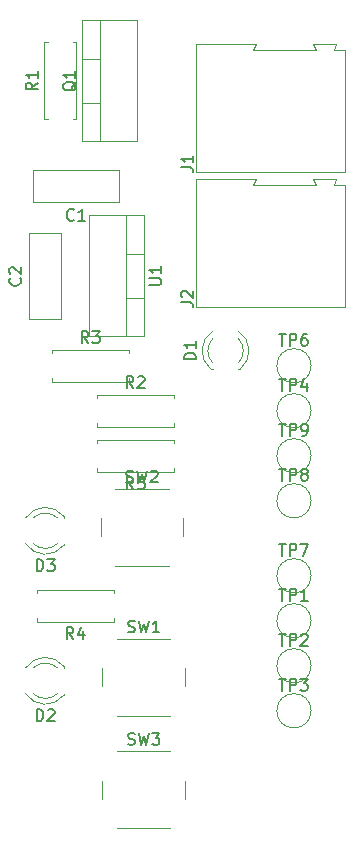
<source format=gbr>
G04 #@! TF.GenerationSoftware,KiCad,Pcbnew,5.1.5+dfsg1-2build2*
G04 #@! TF.CreationDate,2021-03-07T11:34:37+01:00*
G04 #@! TF.ProjectId,miteThru,6d697465-5468-4727-952e-6b696361645f,rev?*
G04 #@! TF.SameCoordinates,Original*
G04 #@! TF.FileFunction,Legend,Top*
G04 #@! TF.FilePolarity,Positive*
%FSLAX46Y46*%
G04 Gerber Fmt 4.6, Leading zero omitted, Abs format (unit mm)*
G04 Created by KiCad (PCBNEW 5.1.5+dfsg1-2build2) date 2021-03-07 11:34:37*
%MOMM*%
%LPD*%
G04 APERTURE LIST*
%ADD10C,0.120000*%
%ADD11C,0.150000*%
G04 APERTURE END LIST*
D10*
X218490000Y-81390000D02*
X231090000Y-81390000D01*
X231090000Y-81390000D02*
X231090000Y-71040000D01*
X231090000Y-71040000D02*
X230140000Y-71040000D01*
X230140000Y-71040000D02*
X230390000Y-70540000D01*
X230390000Y-70540000D02*
X228490000Y-70540000D01*
X228490000Y-70540000D02*
X228440000Y-70540000D01*
X228440000Y-70540000D02*
X228690000Y-71040000D01*
X228690000Y-71040000D02*
X223290000Y-71040000D01*
X223290000Y-71040000D02*
X223590000Y-70540000D01*
X223590000Y-70540000D02*
X218490000Y-70540000D01*
X218490000Y-70540000D02*
X218490000Y-81390000D01*
X214090000Y-80591000D02*
X212580000Y-80591000D01*
X214090000Y-76890000D02*
X212580000Y-76890000D01*
X212580000Y-73620000D02*
X212580000Y-83860000D01*
X214090000Y-83860000D02*
X209449000Y-83860000D01*
X214090000Y-73620000D02*
X209449000Y-73620000D01*
X209449000Y-73620000D02*
X209449000Y-83860000D01*
X214090000Y-73620000D02*
X214090000Y-83860000D01*
X204370000Y-75160000D02*
X207110000Y-75160000D01*
X204370000Y-82400000D02*
X207110000Y-82400000D01*
X207110000Y-82400000D02*
X207110000Y-75160000D01*
X204370000Y-82400000D02*
X204370000Y-75160000D01*
X211940000Y-72490000D02*
X204700000Y-72490000D01*
X211940000Y-69750000D02*
X204700000Y-69750000D01*
X211940000Y-72490000D02*
X211940000Y-69750000D01*
X204700000Y-72490000D02*
X204700000Y-69750000D01*
X219921392Y-83417665D02*
G75*
G03X219764484Y-86650000I1078608J-1672335D01*
G01*
X222078608Y-83417665D02*
G75*
G02X222235516Y-86650000I-1078608J-1672335D01*
G01*
X219920163Y-84048870D02*
G75*
G03X219920000Y-86130961I1079837J-1041130D01*
G01*
X222079837Y-84048870D02*
G75*
G02X222080000Y-86130961I-1079837J-1041130D01*
G01*
X219764000Y-86650000D02*
X219920000Y-86650000D01*
X222080000Y-86650000D02*
X222236000Y-86650000D01*
X207300000Y-111950000D02*
X207300000Y-111794000D01*
X207300000Y-114266000D02*
X207300000Y-114110000D01*
X204698870Y-111950163D02*
G75*
G02X206780961Y-111950000I1041130J-1079837D01*
G01*
X204698870Y-114109837D02*
G75*
G03X206780961Y-114110000I1041130J1079837D01*
G01*
X204067665Y-111951392D02*
G75*
G02X207300000Y-111794484I1672335J-1078608D01*
G01*
X204067665Y-114108608D02*
G75*
G03X207300000Y-114265516I1672335J1078608D01*
G01*
X204067665Y-101408608D02*
G75*
G03X207300000Y-101565516I1672335J1078608D01*
G01*
X204067665Y-99251392D02*
G75*
G02X207300000Y-99094484I1672335J-1078608D01*
G01*
X204698870Y-101409837D02*
G75*
G03X206780961Y-101410000I1041130J1079837D01*
G01*
X204698870Y-99250163D02*
G75*
G02X206780961Y-99250000I1041130J-1079837D01*
G01*
X207300000Y-101566000D02*
X207300000Y-101410000D01*
X207300000Y-99250000D02*
X207300000Y-99094000D01*
X218490000Y-59110000D02*
X218490000Y-69960000D01*
X223590000Y-59110000D02*
X218490000Y-59110000D01*
X223290000Y-59610000D02*
X223590000Y-59110000D01*
X228690000Y-59610000D02*
X223290000Y-59610000D01*
X228440000Y-59110000D02*
X228690000Y-59610000D01*
X228490000Y-59110000D02*
X228440000Y-59110000D01*
X230390000Y-59110000D02*
X228490000Y-59110000D01*
X230140000Y-59610000D02*
X230390000Y-59110000D01*
X231090000Y-59610000D02*
X230140000Y-59610000D01*
X231090000Y-69960000D02*
X231090000Y-59610000D01*
X218490000Y-69960000D02*
X231090000Y-69960000D01*
X208820000Y-67350000D02*
X208820000Y-57110000D01*
X213461000Y-67350000D02*
X213461000Y-57110000D01*
X208820000Y-67350000D02*
X213461000Y-67350000D01*
X208820000Y-57110000D02*
X213461000Y-57110000D01*
X210330000Y-67350000D02*
X210330000Y-57110000D01*
X208820000Y-64080000D02*
X210330000Y-64080000D01*
X208820000Y-60379000D02*
X210330000Y-60379000D01*
X205970000Y-65500000D02*
X205640000Y-65500000D01*
X205640000Y-65500000D02*
X205640000Y-58960000D01*
X205640000Y-58960000D02*
X205970000Y-58960000D01*
X208050000Y-65500000D02*
X208380000Y-65500000D01*
X208380000Y-65500000D02*
X208380000Y-58960000D01*
X208380000Y-58960000D02*
X208050000Y-58960000D01*
X216630000Y-91540000D02*
X216630000Y-91210000D01*
X210090000Y-91540000D02*
X216630000Y-91540000D01*
X210090000Y-91210000D02*
X210090000Y-91540000D01*
X216630000Y-88800000D02*
X216630000Y-89130000D01*
X210090000Y-88800000D02*
X216630000Y-88800000D01*
X210090000Y-89130000D02*
X210090000Y-88800000D01*
X206280000Y-85320000D02*
X206280000Y-84990000D01*
X206280000Y-84990000D02*
X212820000Y-84990000D01*
X212820000Y-84990000D02*
X212820000Y-85320000D01*
X206280000Y-87400000D02*
X206280000Y-87730000D01*
X206280000Y-87730000D02*
X212820000Y-87730000D01*
X212820000Y-87730000D02*
X212820000Y-87400000D01*
X211550000Y-107720000D02*
X211550000Y-108050000D01*
X211550000Y-108050000D02*
X205010000Y-108050000D01*
X205010000Y-108050000D02*
X205010000Y-107720000D01*
X211550000Y-105640000D02*
X211550000Y-105310000D01*
X211550000Y-105310000D02*
X205010000Y-105310000D01*
X205010000Y-105310000D02*
X205010000Y-105640000D01*
X210090000Y-92610000D02*
X210090000Y-92940000D01*
X216630000Y-92610000D02*
X210090000Y-92610000D01*
X216630000Y-92940000D02*
X216630000Y-92610000D01*
X210090000Y-95350000D02*
X210090000Y-95020000D01*
X216630000Y-95350000D02*
X210090000Y-95350000D01*
X216630000Y-95020000D02*
X216630000Y-95350000D01*
X228240000Y-107950000D02*
G75*
G03X228240000Y-107950000I-1450000J0D01*
G01*
X228240000Y-111760000D02*
G75*
G03X228240000Y-111760000I-1450000J0D01*
G01*
X228240000Y-115570000D02*
G75*
G03X228240000Y-115570000I-1450000J0D01*
G01*
X228240000Y-90170000D02*
G75*
G03X228240000Y-90170000I-1450000J0D01*
G01*
X228240000Y-86360000D02*
G75*
G03X228240000Y-86360000I-1450000J0D01*
G01*
X228240000Y-104140000D02*
G75*
G03X228240000Y-104140000I-1450000J0D01*
G01*
X228240000Y-97790000D02*
G75*
G03X228240000Y-97790000I-1450000J0D01*
G01*
X228240000Y-93980000D02*
G75*
G03X228240000Y-93980000I-1450000J0D01*
G01*
X211820000Y-115990000D02*
X216320000Y-115990000D01*
X210570000Y-111990000D02*
X210570000Y-113490000D01*
X216320000Y-109490000D02*
X211820000Y-109490000D01*
X217570000Y-113490000D02*
X217570000Y-111990000D01*
X217420000Y-100790000D02*
X217420000Y-99290000D01*
X216170000Y-96790000D02*
X211670000Y-96790000D01*
X210420000Y-99290000D02*
X210420000Y-100790000D01*
X211670000Y-103290000D02*
X216170000Y-103290000D01*
X211820000Y-125500000D02*
X216320000Y-125500000D01*
X210570000Y-121500000D02*
X210570000Y-123000000D01*
X216320000Y-119000000D02*
X211820000Y-119000000D01*
X217570000Y-123000000D02*
X217570000Y-121500000D01*
D11*
X217252380Y-80993333D02*
X217966666Y-80993333D01*
X218109523Y-81040952D01*
X218204761Y-81136190D01*
X218252380Y-81279047D01*
X218252380Y-81374285D01*
X217347619Y-80564761D02*
X217300000Y-80517142D01*
X217252380Y-80421904D01*
X217252380Y-80183809D01*
X217300000Y-80088571D01*
X217347619Y-80040952D01*
X217442857Y-79993333D01*
X217538095Y-79993333D01*
X217680952Y-80040952D01*
X218252380Y-80612380D01*
X218252380Y-79993333D01*
X214542380Y-79501904D02*
X215351904Y-79501904D01*
X215447142Y-79454285D01*
X215494761Y-79406666D01*
X215542380Y-79311428D01*
X215542380Y-79120952D01*
X215494761Y-79025714D01*
X215447142Y-78978095D01*
X215351904Y-78930476D01*
X214542380Y-78930476D01*
X215542380Y-77930476D02*
X215542380Y-78501904D01*
X215542380Y-78216190D02*
X214542380Y-78216190D01*
X214685238Y-78311428D01*
X214780476Y-78406666D01*
X214828095Y-78501904D01*
X203597142Y-78946666D02*
X203644761Y-78994285D01*
X203692380Y-79137142D01*
X203692380Y-79232380D01*
X203644761Y-79375238D01*
X203549523Y-79470476D01*
X203454285Y-79518095D01*
X203263809Y-79565714D01*
X203120952Y-79565714D01*
X202930476Y-79518095D01*
X202835238Y-79470476D01*
X202740000Y-79375238D01*
X202692380Y-79232380D01*
X202692380Y-79137142D01*
X202740000Y-78994285D01*
X202787619Y-78946666D01*
X202787619Y-78565714D02*
X202740000Y-78518095D01*
X202692380Y-78422857D01*
X202692380Y-78184761D01*
X202740000Y-78089523D01*
X202787619Y-78041904D01*
X202882857Y-77994285D01*
X202978095Y-77994285D01*
X203120952Y-78041904D01*
X203692380Y-78613333D01*
X203692380Y-77994285D01*
X208153333Y-73977142D02*
X208105714Y-74024761D01*
X207962857Y-74072380D01*
X207867619Y-74072380D01*
X207724761Y-74024761D01*
X207629523Y-73929523D01*
X207581904Y-73834285D01*
X207534285Y-73643809D01*
X207534285Y-73500952D01*
X207581904Y-73310476D01*
X207629523Y-73215238D01*
X207724761Y-73120000D01*
X207867619Y-73072380D01*
X207962857Y-73072380D01*
X208105714Y-73120000D01*
X208153333Y-73167619D01*
X209105714Y-74072380D02*
X208534285Y-74072380D01*
X208820000Y-74072380D02*
X208820000Y-73072380D01*
X208724761Y-73215238D01*
X208629523Y-73310476D01*
X208534285Y-73358095D01*
X218492380Y-85828095D02*
X217492380Y-85828095D01*
X217492380Y-85590000D01*
X217540000Y-85447142D01*
X217635238Y-85351904D01*
X217730476Y-85304285D01*
X217920952Y-85256666D01*
X218063809Y-85256666D01*
X218254285Y-85304285D01*
X218349523Y-85351904D01*
X218444761Y-85447142D01*
X218492380Y-85590000D01*
X218492380Y-85828095D01*
X218492380Y-84304285D02*
X218492380Y-84875714D01*
X218492380Y-84590000D02*
X217492380Y-84590000D01*
X217635238Y-84685238D01*
X217730476Y-84780476D01*
X217778095Y-84875714D01*
X205001904Y-116442380D02*
X205001904Y-115442380D01*
X205240000Y-115442380D01*
X205382857Y-115490000D01*
X205478095Y-115585238D01*
X205525714Y-115680476D01*
X205573333Y-115870952D01*
X205573333Y-116013809D01*
X205525714Y-116204285D01*
X205478095Y-116299523D01*
X205382857Y-116394761D01*
X205240000Y-116442380D01*
X205001904Y-116442380D01*
X205954285Y-115537619D02*
X206001904Y-115490000D01*
X206097142Y-115442380D01*
X206335238Y-115442380D01*
X206430476Y-115490000D01*
X206478095Y-115537619D01*
X206525714Y-115632857D01*
X206525714Y-115728095D01*
X206478095Y-115870952D01*
X205906666Y-116442380D01*
X206525714Y-116442380D01*
X205001904Y-103742380D02*
X205001904Y-102742380D01*
X205240000Y-102742380D01*
X205382857Y-102790000D01*
X205478095Y-102885238D01*
X205525714Y-102980476D01*
X205573333Y-103170952D01*
X205573333Y-103313809D01*
X205525714Y-103504285D01*
X205478095Y-103599523D01*
X205382857Y-103694761D01*
X205240000Y-103742380D01*
X205001904Y-103742380D01*
X205906666Y-102742380D02*
X206525714Y-102742380D01*
X206192380Y-103123333D01*
X206335238Y-103123333D01*
X206430476Y-103170952D01*
X206478095Y-103218571D01*
X206525714Y-103313809D01*
X206525714Y-103551904D01*
X206478095Y-103647142D01*
X206430476Y-103694761D01*
X206335238Y-103742380D01*
X206049523Y-103742380D01*
X205954285Y-103694761D01*
X205906666Y-103647142D01*
X217252380Y-69563333D02*
X217966666Y-69563333D01*
X218109523Y-69610952D01*
X218204761Y-69706190D01*
X218252380Y-69849047D01*
X218252380Y-69944285D01*
X218252380Y-68563333D02*
X218252380Y-69134761D01*
X218252380Y-68849047D02*
X217252380Y-68849047D01*
X217395238Y-68944285D01*
X217490476Y-69039523D01*
X217538095Y-69134761D01*
X208367619Y-62325238D02*
X208320000Y-62420476D01*
X208224761Y-62515714D01*
X208081904Y-62658571D01*
X208034285Y-62753809D01*
X208034285Y-62849047D01*
X208272380Y-62801428D02*
X208224761Y-62896666D01*
X208129523Y-62991904D01*
X207939047Y-63039523D01*
X207605714Y-63039523D01*
X207415238Y-62991904D01*
X207320000Y-62896666D01*
X207272380Y-62801428D01*
X207272380Y-62610952D01*
X207320000Y-62515714D01*
X207415238Y-62420476D01*
X207605714Y-62372857D01*
X207939047Y-62372857D01*
X208129523Y-62420476D01*
X208224761Y-62515714D01*
X208272380Y-62610952D01*
X208272380Y-62801428D01*
X208272380Y-61420476D02*
X208272380Y-61991904D01*
X208272380Y-61706190D02*
X207272380Y-61706190D01*
X207415238Y-61801428D01*
X207510476Y-61896666D01*
X207558095Y-61991904D01*
X205092380Y-62396666D02*
X204616190Y-62730000D01*
X205092380Y-62968095D02*
X204092380Y-62968095D01*
X204092380Y-62587142D01*
X204140000Y-62491904D01*
X204187619Y-62444285D01*
X204282857Y-62396666D01*
X204425714Y-62396666D01*
X204520952Y-62444285D01*
X204568571Y-62491904D01*
X204616190Y-62587142D01*
X204616190Y-62968095D01*
X205092380Y-61444285D02*
X205092380Y-62015714D01*
X205092380Y-61730000D02*
X204092380Y-61730000D01*
X204235238Y-61825238D01*
X204330476Y-61920476D01*
X204378095Y-62015714D01*
X213193333Y-88252380D02*
X212860000Y-87776190D01*
X212621904Y-88252380D02*
X212621904Y-87252380D01*
X213002857Y-87252380D01*
X213098095Y-87300000D01*
X213145714Y-87347619D01*
X213193333Y-87442857D01*
X213193333Y-87585714D01*
X213145714Y-87680952D01*
X213098095Y-87728571D01*
X213002857Y-87776190D01*
X212621904Y-87776190D01*
X213574285Y-87347619D02*
X213621904Y-87300000D01*
X213717142Y-87252380D01*
X213955238Y-87252380D01*
X214050476Y-87300000D01*
X214098095Y-87347619D01*
X214145714Y-87442857D01*
X214145714Y-87538095D01*
X214098095Y-87680952D01*
X213526666Y-88252380D01*
X214145714Y-88252380D01*
X209383333Y-84442380D02*
X209050000Y-83966190D01*
X208811904Y-84442380D02*
X208811904Y-83442380D01*
X209192857Y-83442380D01*
X209288095Y-83490000D01*
X209335714Y-83537619D01*
X209383333Y-83632857D01*
X209383333Y-83775714D01*
X209335714Y-83870952D01*
X209288095Y-83918571D01*
X209192857Y-83966190D01*
X208811904Y-83966190D01*
X209716666Y-83442380D02*
X210335714Y-83442380D01*
X210002380Y-83823333D01*
X210145238Y-83823333D01*
X210240476Y-83870952D01*
X210288095Y-83918571D01*
X210335714Y-84013809D01*
X210335714Y-84251904D01*
X210288095Y-84347142D01*
X210240476Y-84394761D01*
X210145238Y-84442380D01*
X209859523Y-84442380D01*
X209764285Y-84394761D01*
X209716666Y-84347142D01*
X208113333Y-109502380D02*
X207780000Y-109026190D01*
X207541904Y-109502380D02*
X207541904Y-108502380D01*
X207922857Y-108502380D01*
X208018095Y-108550000D01*
X208065714Y-108597619D01*
X208113333Y-108692857D01*
X208113333Y-108835714D01*
X208065714Y-108930952D01*
X208018095Y-108978571D01*
X207922857Y-109026190D01*
X207541904Y-109026190D01*
X208970476Y-108835714D02*
X208970476Y-109502380D01*
X208732380Y-108454761D02*
X208494285Y-109169047D01*
X209113333Y-109169047D01*
X213193333Y-96802380D02*
X212860000Y-96326190D01*
X212621904Y-96802380D02*
X212621904Y-95802380D01*
X213002857Y-95802380D01*
X213098095Y-95850000D01*
X213145714Y-95897619D01*
X213193333Y-95992857D01*
X213193333Y-96135714D01*
X213145714Y-96230952D01*
X213098095Y-96278571D01*
X213002857Y-96326190D01*
X212621904Y-96326190D01*
X214098095Y-95802380D02*
X213621904Y-95802380D01*
X213574285Y-96278571D01*
X213621904Y-96230952D01*
X213717142Y-96183333D01*
X213955238Y-96183333D01*
X214050476Y-96230952D01*
X214098095Y-96278571D01*
X214145714Y-96373809D01*
X214145714Y-96611904D01*
X214098095Y-96707142D01*
X214050476Y-96754761D01*
X213955238Y-96802380D01*
X213717142Y-96802380D01*
X213621904Y-96754761D01*
X213574285Y-96707142D01*
X225528095Y-105254380D02*
X226099523Y-105254380D01*
X225813809Y-106254380D02*
X225813809Y-105254380D01*
X226432857Y-106254380D02*
X226432857Y-105254380D01*
X226813809Y-105254380D01*
X226909047Y-105302000D01*
X226956666Y-105349619D01*
X227004285Y-105444857D01*
X227004285Y-105587714D01*
X226956666Y-105682952D01*
X226909047Y-105730571D01*
X226813809Y-105778190D01*
X226432857Y-105778190D01*
X227956666Y-106254380D02*
X227385238Y-106254380D01*
X227670952Y-106254380D02*
X227670952Y-105254380D01*
X227575714Y-105397238D01*
X227480476Y-105492476D01*
X227385238Y-105540095D01*
X225528095Y-109064380D02*
X226099523Y-109064380D01*
X225813809Y-110064380D02*
X225813809Y-109064380D01*
X226432857Y-110064380D02*
X226432857Y-109064380D01*
X226813809Y-109064380D01*
X226909047Y-109112000D01*
X226956666Y-109159619D01*
X227004285Y-109254857D01*
X227004285Y-109397714D01*
X226956666Y-109492952D01*
X226909047Y-109540571D01*
X226813809Y-109588190D01*
X226432857Y-109588190D01*
X227385238Y-109159619D02*
X227432857Y-109112000D01*
X227528095Y-109064380D01*
X227766190Y-109064380D01*
X227861428Y-109112000D01*
X227909047Y-109159619D01*
X227956666Y-109254857D01*
X227956666Y-109350095D01*
X227909047Y-109492952D01*
X227337619Y-110064380D01*
X227956666Y-110064380D01*
X225528095Y-112874380D02*
X226099523Y-112874380D01*
X225813809Y-113874380D02*
X225813809Y-112874380D01*
X226432857Y-113874380D02*
X226432857Y-112874380D01*
X226813809Y-112874380D01*
X226909047Y-112922000D01*
X226956666Y-112969619D01*
X227004285Y-113064857D01*
X227004285Y-113207714D01*
X226956666Y-113302952D01*
X226909047Y-113350571D01*
X226813809Y-113398190D01*
X226432857Y-113398190D01*
X227337619Y-112874380D02*
X227956666Y-112874380D01*
X227623333Y-113255333D01*
X227766190Y-113255333D01*
X227861428Y-113302952D01*
X227909047Y-113350571D01*
X227956666Y-113445809D01*
X227956666Y-113683904D01*
X227909047Y-113779142D01*
X227861428Y-113826761D01*
X227766190Y-113874380D01*
X227480476Y-113874380D01*
X227385238Y-113826761D01*
X227337619Y-113779142D01*
X225528095Y-87474380D02*
X226099523Y-87474380D01*
X225813809Y-88474380D02*
X225813809Y-87474380D01*
X226432857Y-88474380D02*
X226432857Y-87474380D01*
X226813809Y-87474380D01*
X226909047Y-87522000D01*
X226956666Y-87569619D01*
X227004285Y-87664857D01*
X227004285Y-87807714D01*
X226956666Y-87902952D01*
X226909047Y-87950571D01*
X226813809Y-87998190D01*
X226432857Y-87998190D01*
X227861428Y-87807714D02*
X227861428Y-88474380D01*
X227623333Y-87426761D02*
X227385238Y-88141047D01*
X228004285Y-88141047D01*
X225528095Y-83664380D02*
X226099523Y-83664380D01*
X225813809Y-84664380D02*
X225813809Y-83664380D01*
X226432857Y-84664380D02*
X226432857Y-83664380D01*
X226813809Y-83664380D01*
X226909047Y-83712000D01*
X226956666Y-83759619D01*
X227004285Y-83854857D01*
X227004285Y-83997714D01*
X226956666Y-84092952D01*
X226909047Y-84140571D01*
X226813809Y-84188190D01*
X226432857Y-84188190D01*
X227861428Y-83664380D02*
X227670952Y-83664380D01*
X227575714Y-83712000D01*
X227528095Y-83759619D01*
X227432857Y-83902476D01*
X227385238Y-84092952D01*
X227385238Y-84473904D01*
X227432857Y-84569142D01*
X227480476Y-84616761D01*
X227575714Y-84664380D01*
X227766190Y-84664380D01*
X227861428Y-84616761D01*
X227909047Y-84569142D01*
X227956666Y-84473904D01*
X227956666Y-84235809D01*
X227909047Y-84140571D01*
X227861428Y-84092952D01*
X227766190Y-84045333D01*
X227575714Y-84045333D01*
X227480476Y-84092952D01*
X227432857Y-84140571D01*
X227385238Y-84235809D01*
X225528095Y-101444380D02*
X226099523Y-101444380D01*
X225813809Y-102444380D02*
X225813809Y-101444380D01*
X226432857Y-102444380D02*
X226432857Y-101444380D01*
X226813809Y-101444380D01*
X226909047Y-101492000D01*
X226956666Y-101539619D01*
X227004285Y-101634857D01*
X227004285Y-101777714D01*
X226956666Y-101872952D01*
X226909047Y-101920571D01*
X226813809Y-101968190D01*
X226432857Y-101968190D01*
X227337619Y-101444380D02*
X228004285Y-101444380D01*
X227575714Y-102444380D01*
X225528095Y-95094380D02*
X226099523Y-95094380D01*
X225813809Y-96094380D02*
X225813809Y-95094380D01*
X226432857Y-96094380D02*
X226432857Y-95094380D01*
X226813809Y-95094380D01*
X226909047Y-95142000D01*
X226956666Y-95189619D01*
X227004285Y-95284857D01*
X227004285Y-95427714D01*
X226956666Y-95522952D01*
X226909047Y-95570571D01*
X226813809Y-95618190D01*
X226432857Y-95618190D01*
X227575714Y-95522952D02*
X227480476Y-95475333D01*
X227432857Y-95427714D01*
X227385238Y-95332476D01*
X227385238Y-95284857D01*
X227432857Y-95189619D01*
X227480476Y-95142000D01*
X227575714Y-95094380D01*
X227766190Y-95094380D01*
X227861428Y-95142000D01*
X227909047Y-95189619D01*
X227956666Y-95284857D01*
X227956666Y-95332476D01*
X227909047Y-95427714D01*
X227861428Y-95475333D01*
X227766190Y-95522952D01*
X227575714Y-95522952D01*
X227480476Y-95570571D01*
X227432857Y-95618190D01*
X227385238Y-95713428D01*
X227385238Y-95903904D01*
X227432857Y-95999142D01*
X227480476Y-96046761D01*
X227575714Y-96094380D01*
X227766190Y-96094380D01*
X227861428Y-96046761D01*
X227909047Y-95999142D01*
X227956666Y-95903904D01*
X227956666Y-95713428D01*
X227909047Y-95618190D01*
X227861428Y-95570571D01*
X227766190Y-95522952D01*
X225528095Y-91284380D02*
X226099523Y-91284380D01*
X225813809Y-92284380D02*
X225813809Y-91284380D01*
X226432857Y-92284380D02*
X226432857Y-91284380D01*
X226813809Y-91284380D01*
X226909047Y-91332000D01*
X226956666Y-91379619D01*
X227004285Y-91474857D01*
X227004285Y-91617714D01*
X226956666Y-91712952D01*
X226909047Y-91760571D01*
X226813809Y-91808190D01*
X226432857Y-91808190D01*
X227480476Y-92284380D02*
X227670952Y-92284380D01*
X227766190Y-92236761D01*
X227813809Y-92189142D01*
X227909047Y-92046285D01*
X227956666Y-91855809D01*
X227956666Y-91474857D01*
X227909047Y-91379619D01*
X227861428Y-91332000D01*
X227766190Y-91284380D01*
X227575714Y-91284380D01*
X227480476Y-91332000D01*
X227432857Y-91379619D01*
X227385238Y-91474857D01*
X227385238Y-91712952D01*
X227432857Y-91808190D01*
X227480476Y-91855809D01*
X227575714Y-91903428D01*
X227766190Y-91903428D01*
X227861428Y-91855809D01*
X227909047Y-91808190D01*
X227956666Y-91712952D01*
X212736666Y-108894761D02*
X212879523Y-108942380D01*
X213117619Y-108942380D01*
X213212857Y-108894761D01*
X213260476Y-108847142D01*
X213308095Y-108751904D01*
X213308095Y-108656666D01*
X213260476Y-108561428D01*
X213212857Y-108513809D01*
X213117619Y-108466190D01*
X212927142Y-108418571D01*
X212831904Y-108370952D01*
X212784285Y-108323333D01*
X212736666Y-108228095D01*
X212736666Y-108132857D01*
X212784285Y-108037619D01*
X212831904Y-107990000D01*
X212927142Y-107942380D01*
X213165238Y-107942380D01*
X213308095Y-107990000D01*
X213641428Y-107942380D02*
X213879523Y-108942380D01*
X214070000Y-108228095D01*
X214260476Y-108942380D01*
X214498571Y-107942380D01*
X215403333Y-108942380D02*
X214831904Y-108942380D01*
X215117619Y-108942380D02*
X215117619Y-107942380D01*
X215022380Y-108085238D01*
X214927142Y-108180476D01*
X214831904Y-108228095D01*
X212586666Y-96194761D02*
X212729523Y-96242380D01*
X212967619Y-96242380D01*
X213062857Y-96194761D01*
X213110476Y-96147142D01*
X213158095Y-96051904D01*
X213158095Y-95956666D01*
X213110476Y-95861428D01*
X213062857Y-95813809D01*
X212967619Y-95766190D01*
X212777142Y-95718571D01*
X212681904Y-95670952D01*
X212634285Y-95623333D01*
X212586666Y-95528095D01*
X212586666Y-95432857D01*
X212634285Y-95337619D01*
X212681904Y-95290000D01*
X212777142Y-95242380D01*
X213015238Y-95242380D01*
X213158095Y-95290000D01*
X213491428Y-95242380D02*
X213729523Y-96242380D01*
X213920000Y-95528095D01*
X214110476Y-96242380D01*
X214348571Y-95242380D01*
X214681904Y-95337619D02*
X214729523Y-95290000D01*
X214824761Y-95242380D01*
X215062857Y-95242380D01*
X215158095Y-95290000D01*
X215205714Y-95337619D01*
X215253333Y-95432857D01*
X215253333Y-95528095D01*
X215205714Y-95670952D01*
X214634285Y-96242380D01*
X215253333Y-96242380D01*
X212736666Y-118404761D02*
X212879523Y-118452380D01*
X213117619Y-118452380D01*
X213212857Y-118404761D01*
X213260476Y-118357142D01*
X213308095Y-118261904D01*
X213308095Y-118166666D01*
X213260476Y-118071428D01*
X213212857Y-118023809D01*
X213117619Y-117976190D01*
X212927142Y-117928571D01*
X212831904Y-117880952D01*
X212784285Y-117833333D01*
X212736666Y-117738095D01*
X212736666Y-117642857D01*
X212784285Y-117547619D01*
X212831904Y-117500000D01*
X212927142Y-117452380D01*
X213165238Y-117452380D01*
X213308095Y-117500000D01*
X213641428Y-117452380D02*
X213879523Y-118452380D01*
X214070000Y-117738095D01*
X214260476Y-118452380D01*
X214498571Y-117452380D01*
X214784285Y-117452380D02*
X215403333Y-117452380D01*
X215070000Y-117833333D01*
X215212857Y-117833333D01*
X215308095Y-117880952D01*
X215355714Y-117928571D01*
X215403333Y-118023809D01*
X215403333Y-118261904D01*
X215355714Y-118357142D01*
X215308095Y-118404761D01*
X215212857Y-118452380D01*
X214927142Y-118452380D01*
X214831904Y-118404761D01*
X214784285Y-118357142D01*
M02*

</source>
